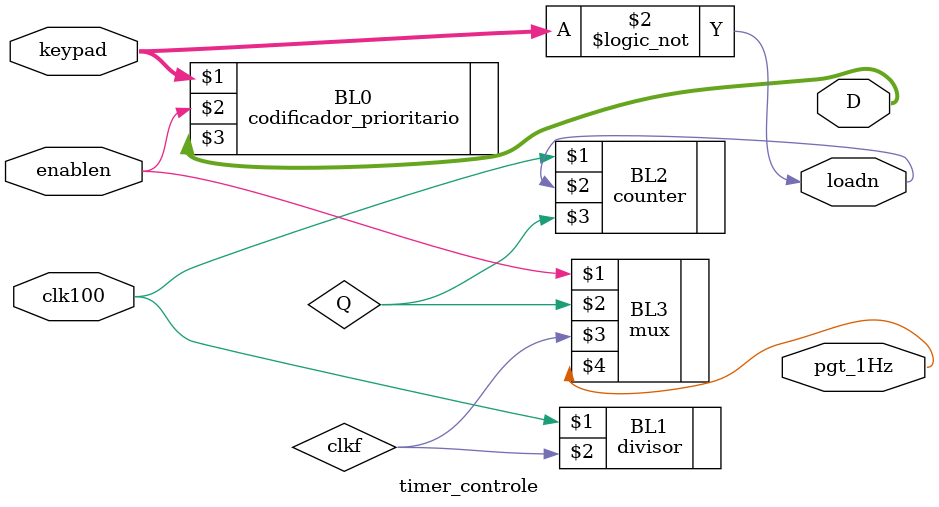
<source format=v>
`include "./nivel3/codificador/codificador_prioritario.v"
`include "./nivel3/contador_freq/div_frequencia.v"
`include "./nivel3/contador_nao_reciclado/contador_nao_reciclavel.v"
`include "./nivel3/mux/mux.v"

module timer_controle(keypad, enablen, clk100, D, loadn, pgt_1Hz);
        input wire [9:0] keypad;
        input wire enablen, clk100;
        output wire [3:0] D;
        output wire loadn, pgt_1Hz;

        wire clkf, Q;
        reg keypad_on;
        initial keypad_on = 0;

        always@(keypad)begin
                if(keypad == 10'b0000000000)
                        keypad_on = 1'b0;
                else
                        keypad_on = 1'b1;
        end

        assign loadn = ~keypad_on;

        codificador_prioritario BL0(keypad, enablen, D);
        divisor BL1(clk100,clkf);
        counter BL2(clk100, loadn, Q);
        mux BL3(enablen, Q, clkf, pgt_1Hz);
endmodule
</source>
